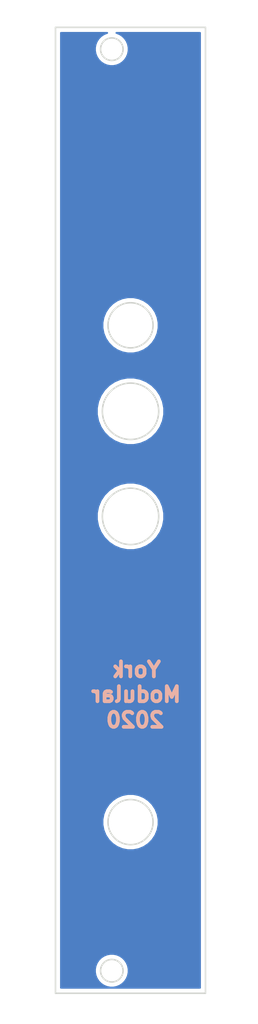
<source format=kicad_pcb>
(kicad_pcb (version 20171130) (host pcbnew 5.1.5-52549c5~84~ubuntu18.04.1)

  (general
    (thickness 1.6)
    (drawings 27)
    (tracks 0)
    (zones 0)
    (modules 0)
    (nets 1)
  )

  (page A4)
  (layers
    (0 F.Cu signal)
    (31 B.Cu signal)
    (32 B.Adhes user)
    (33 F.Adhes user)
    (34 B.Paste user)
    (35 F.Paste user)
    (36 B.SilkS user)
    (37 F.SilkS user)
    (38 B.Mask user)
    (39 F.Mask user)
    (40 Dwgs.User user)
    (41 Cmts.User user)
    (42 Eco1.User user)
    (43 Eco2.User user)
    (44 Edge.Cuts user)
    (45 Margin user)
    (46 B.CrtYd user)
    (47 F.CrtYd user)
    (48 B.Fab user)
    (49 F.Fab user)
  )

  (setup
    (last_trace_width 0.25)
    (trace_clearance 0.2)
    (zone_clearance 0.508)
    (zone_45_only no)
    (trace_min 0.2)
    (via_size 0.8)
    (via_drill 0.4)
    (via_min_size 0.4)
    (via_min_drill 0.3)
    (uvia_size 0.3)
    (uvia_drill 0.1)
    (uvias_allowed no)
    (uvia_min_size 0.2)
    (uvia_min_drill 0.1)
    (edge_width 0.05)
    (segment_width 0.2)
    (pcb_text_width 0.3)
    (pcb_text_size 1.5 1.5)
    (mod_edge_width 0.12)
    (mod_text_size 1 1)
    (mod_text_width 0.15)
    (pad_size 1.524 1.524)
    (pad_drill 0.762)
    (pad_to_mask_clearance 0.051)
    (solder_mask_min_width 0.25)
    (aux_axis_origin 0 0)
    (visible_elements FFFFFF7F)
    (pcbplotparams
      (layerselection 0x010fc_ffffffff)
      (usegerberextensions false)
      (usegerberattributes false)
      (usegerberadvancedattributes false)
      (creategerberjobfile false)
      (excludeedgelayer true)
      (linewidth 0.100000)
      (plotframeref false)
      (viasonmask false)
      (mode 1)
      (useauxorigin false)
      (hpglpennumber 1)
      (hpglpenspeed 20)
      (hpglpendiameter 15.000000)
      (psnegative false)
      (psa4output false)
      (plotreference true)
      (plotvalue true)
      (plotinvisibletext false)
      (padsonsilk false)
      (subtractmaskfromsilk false)
      (outputformat 1)
      (mirror false)
      (drillshape 1)
      (scaleselection 1)
      (outputdirectory ""))
  )

  (net 0 "")

  (net_class Default "This is the default net class."
    (clearance 0.2)
    (trace_width 0.25)
    (via_dia 0.8)
    (via_drill 0.4)
    (uvia_dia 0.3)
    (uvia_drill 0.1)
  )

  (gr_text 2020 (at 134.1247 138.9507) (layer B.SilkS) (tstamp 5E6CBC9D)
    (effects (font (size 2 2) (thickness 0.5)) (justify mirror))
  )
  (gr_text Modular (at 134.2517 135.5471) (layer B.SilkS) (tstamp 5E6CBC96)
    (effects (font (size 2 2) (thickness 0.5)) (justify mirror))
  )
  (gr_text York (at 134.2898 132.2451) (layer B.SilkS)
    (effects (font (size 2 2) (thickness 0.5)) (justify mirror))
  )
  (gr_text ECHO2 (at 138.5443 49.5173) (layer F.Mask) (tstamp 5E6CBC5E)
    (effects (font (size 2 1.5) (thickness 0.375)))
  )
  (gr_text ECHO2 (at 138.5443 49.5173) (layer F.Cu) (tstamp 5E6CBC4D)
    (effects (font (size 2 1.5) (thickness 0.375)))
  )
  (gr_text IN (at 125.5649 86.2838 90) (layer F.Mask) (tstamp 5E6CBC2F)
    (effects (font (size 2 2) (thickness 0.5)))
  )
  (gr_text RATE (at 125.5649 98.0567 90) (layer F.Mask) (tstamp 5E6CBC22)
    (effects (font (size 2 2) (thickness 0.5)))
  )
  (gr_text DECAY (at 125.5395 112.014 90) (layer F.Mask) (tstamp 5E6CBC0A)
    (effects (font (size 2 2) (thickness 0.5)))
  )
  (gr_text OUT (at 125.5649 152.2984 90) (layer F.Mask) (tstamp 5E6CBBE6)
    (effects (font (size 2 2) (thickness 0.5)))
  )
  (gr_text OUT (at 125.5649 152.2984 90) (layer F.Cu) (tstamp 5E6CBBCD)
    (effects (font (size 2 2) (thickness 0.5)))
  )
  (gr_text DECAY (at 125.5395 112.014 90) (layer F.Cu) (tstamp 5E6CBBC4)
    (effects (font (size 2 2) (thickness 0.5)))
  )
  (gr_text RATE (at 125.5649 98.0567 90) (layer F.Cu) (tstamp 5E6CBBC7)
    (effects (font (size 2 2) (thickness 0.5)))
  )
  (gr_text IN (at 125.5649 86.2838 90) (layer F.Cu) (tstamp 5E6CBBC1)
    (effects (font (size 2 2) (thickness 0.5)))
  )
  (gr_circle (center 133.5151 97.9043) (end 137.2651 97.9043) (layer Edge.Cuts) (width 0.2))
  (gr_circle (center 131.0201 172.2693) (end 132.5201 172.2693) (layer Edge.Cuts) (width 0.2))
  (gr_line (start 123.5201 46.8693) (end 123.5201 175.2693) (layer Edge.Cuts) (width 0.2))
  (gr_circle (center 131.0201 49.7693) (end 132.5201 49.7693) (layer Edge.Cuts) (width 0.2))
  (gr_line (start 123.5201 175.2693) (end 123.5201 175.2693) (layer Edge.Cuts) (width 0.2))
  (gr_line (start 143.5001 46.8693) (end 123.5201 46.8693) (layer Edge.Cuts) (width 0.2))
  (gr_line (start 123.5201 46.8693) (end 123.5201 46.8693) (layer Edge.Cuts) (width 0.2))
  (gr_line (start 143.5001 175.2693) (end 143.5001 175.2693) (layer Edge.Cuts) (width 0.2))
  (gr_line (start 143.5001 46.8693) (end 143.5001 46.8693) (layer Edge.Cuts) (width 0.2))
  (gr_line (start 123.5201 175.2693) (end 143.5001 175.2693) (layer Edge.Cuts) (width 0.2))
  (gr_circle (center 133.5151 111.8743) (end 137.2651 111.8743) (layer Edge.Cuts) (width 0.2))
  (gr_circle (center 133.5151 152.5143) (end 136.5151 152.5143) (layer Edge.Cuts) (width 0.2))
  (gr_line (start 143.5001 175.2693) (end 143.5001 46.8693) (layer Edge.Cuts) (width 0.2))
  (gr_circle (center 133.5151 86.4743) (end 136.5151 86.4743) (layer Edge.Cuts) (width 0.2))

  (zone (net 0) (net_name "") (layer B.Cu) (tstamp 0) (hatch edge 0.508)
    (connect_pads (clearance 0.508))
    (min_thickness 0.254)
    (fill yes (arc_segments 32) (thermal_gap 0.508) (thermal_bridge_width 0.508))
    (polygon
      (pts
        (xy 144.272 43.8023) (xy 150.5077 177.5333) (xy 116.1288 179.3621) (xy 123.4313 43.2308)
      )
    )
    (filled_polygon
      (pts
        (xy 130.365508 47.6114) (xy 129.9571 47.780568) (xy 129.589543 48.026161) (xy 129.276961 48.338743) (xy 129.031368 48.7063)
        (xy 128.8622 49.114708) (xy 128.775958 49.548271) (xy 128.775958 49.990329) (xy 128.8622 50.423892) (xy 129.031368 50.8323)
        (xy 129.276961 51.199857) (xy 129.589543 51.512439) (xy 129.9571 51.758032) (xy 130.365508 51.9272) (xy 130.799071 52.013442)
        (xy 131.241129 52.013442) (xy 131.674692 51.9272) (xy 132.0831 51.758032) (xy 132.450657 51.512439) (xy 132.763239 51.199857)
        (xy 133.008832 50.8323) (xy 133.178 50.423892) (xy 133.264242 49.990329) (xy 133.264242 49.548271) (xy 133.178 49.114708)
        (xy 133.008832 48.7063) (xy 132.763239 48.338743) (xy 132.450657 48.026161) (xy 132.0831 47.780568) (xy 131.674692 47.6114)
        (xy 131.638998 47.6043) (xy 142.765101 47.6043) (xy 142.7651 174.5343) (xy 124.2551 174.5343) (xy 124.2551 172.048271)
        (xy 128.775958 172.048271) (xy 128.775958 172.490329) (xy 128.8622 172.923892) (xy 129.031368 173.3323) (xy 129.276961 173.699857)
        (xy 129.589543 174.012439) (xy 129.9571 174.258032) (xy 130.365508 174.4272) (xy 130.799071 174.513442) (xy 131.241129 174.513442)
        (xy 131.674692 174.4272) (xy 132.0831 174.258032) (xy 132.450657 174.012439) (xy 132.763239 173.699857) (xy 133.008832 173.3323)
        (xy 133.178 172.923892) (xy 133.264242 172.490329) (xy 133.264242 172.048271) (xy 133.178 171.614708) (xy 133.008832 171.2063)
        (xy 132.763239 170.838743) (xy 132.450657 170.526161) (xy 132.0831 170.280568) (xy 131.674692 170.1114) (xy 131.241129 170.025158)
        (xy 130.799071 170.025158) (xy 130.365508 170.1114) (xy 129.9571 170.280568) (xy 129.589543 170.526161) (xy 129.276961 170.838743)
        (xy 129.031368 171.2063) (xy 128.8622 171.614708) (xy 128.775958 172.048271) (xy 124.2551 172.048271) (xy 124.2551 152.146246)
        (xy 129.778181 152.146246) (xy 129.778181 152.882354) (xy 129.921789 153.604319) (xy 130.203486 154.284395) (xy 130.612446 154.896447)
        (xy 131.132953 155.416954) (xy 131.745005 155.825914) (xy 132.425081 156.107611) (xy 133.147046 156.251219) (xy 133.883154 156.251219)
        (xy 134.605119 156.107611) (xy 135.285195 155.825914) (xy 135.897247 155.416954) (xy 136.417754 154.896447) (xy 136.826714 154.284395)
        (xy 137.108411 153.604319) (xy 137.252019 152.882354) (xy 137.252019 152.146246) (xy 137.108411 151.424281) (xy 136.826714 150.744205)
        (xy 136.417754 150.132153) (xy 135.897247 149.611646) (xy 135.285195 149.202686) (xy 134.605119 148.920989) (xy 133.883154 148.777381)
        (xy 133.147046 148.777381) (xy 132.425081 148.920989) (xy 131.745005 149.202686) (xy 131.132953 149.611646) (xy 130.612446 150.132153)
        (xy 130.203486 150.744205) (xy 129.921789 151.424281) (xy 129.778181 152.146246) (xy 124.2551 152.146246) (xy 124.2551 111.432733)
        (xy 129.031793 111.432733) (xy 129.031793 112.315867) (xy 129.204084 113.182032) (xy 129.542045 113.997942) (xy 130.032688 114.732242)
        (xy 130.657158 115.356712) (xy 131.391458 115.847355) (xy 132.207368 116.185316) (xy 133.073533 116.357607) (xy 133.956667 116.357607)
        (xy 134.822832 116.185316) (xy 135.638742 115.847355) (xy 136.373042 115.356712) (xy 136.997512 114.732242) (xy 137.488155 113.997942)
        (xy 137.826116 113.182032) (xy 137.998407 112.315867) (xy 137.998407 111.432733) (xy 137.826116 110.566568) (xy 137.488155 109.750658)
        (xy 136.997512 109.016358) (xy 136.373042 108.391888) (xy 135.638742 107.901245) (xy 134.822832 107.563284) (xy 133.956667 107.390993)
        (xy 133.073533 107.390993) (xy 132.207368 107.563284) (xy 131.391458 107.901245) (xy 130.657158 108.391888) (xy 130.032688 109.016358)
        (xy 129.542045 109.750658) (xy 129.204084 110.566568) (xy 129.031793 111.432733) (xy 124.2551 111.432733) (xy 124.2551 97.462733)
        (xy 129.031793 97.462733) (xy 129.031793 98.345867) (xy 129.204084 99.212032) (xy 129.542045 100.027942) (xy 130.032688 100.762242)
        (xy 130.657158 101.386712) (xy 131.391458 101.877355) (xy 132.207368 102.215316) (xy 133.073533 102.387607) (xy 133.956667 102.387607)
        (xy 134.822832 102.215316) (xy 135.638742 101.877355) (xy 136.373042 101.386712) (xy 136.997512 100.762242) (xy 137.488155 100.027942)
        (xy 137.826116 99.212032) (xy 137.998407 98.345867) (xy 137.998407 97.462733) (xy 137.826116 96.596568) (xy 137.488155 95.780658)
        (xy 136.997512 95.046358) (xy 136.373042 94.421888) (xy 135.638742 93.931245) (xy 134.822832 93.593284) (xy 133.956667 93.420993)
        (xy 133.073533 93.420993) (xy 132.207368 93.593284) (xy 131.391458 93.931245) (xy 130.657158 94.421888) (xy 130.032688 95.046358)
        (xy 129.542045 95.780658) (xy 129.204084 96.596568) (xy 129.031793 97.462733) (xy 124.2551 97.462733) (xy 124.2551 86.106246)
        (xy 129.778181 86.106246) (xy 129.778181 86.842354) (xy 129.921789 87.564319) (xy 130.203486 88.244395) (xy 130.612446 88.856447)
        (xy 131.132953 89.376954) (xy 131.745005 89.785914) (xy 132.425081 90.067611) (xy 133.147046 90.211219) (xy 133.883154 90.211219)
        (xy 134.605119 90.067611) (xy 135.285195 89.785914) (xy 135.897247 89.376954) (xy 136.417754 88.856447) (xy 136.826714 88.244395)
        (xy 137.108411 87.564319) (xy 137.252019 86.842354) (xy 137.252019 86.106246) (xy 137.108411 85.384281) (xy 136.826714 84.704205)
        (xy 136.417754 84.092153) (xy 135.897247 83.571646) (xy 135.285195 83.162686) (xy 134.605119 82.880989) (xy 133.883154 82.737381)
        (xy 133.147046 82.737381) (xy 132.425081 82.880989) (xy 131.745005 83.162686) (xy 131.132953 83.571646) (xy 130.612446 84.092153)
        (xy 130.203486 84.704205) (xy 129.921789 85.384281) (xy 129.778181 86.106246) (xy 124.2551 86.106246) (xy 124.2551 47.6043)
        (xy 130.401202 47.6043)
      )
    )
  )
)

</source>
